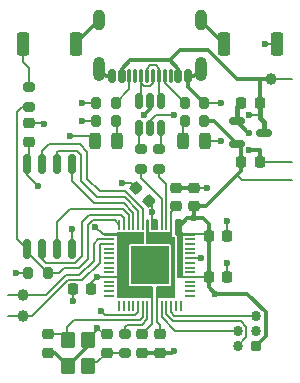
<source format=gtl>
%TF.GenerationSoftware,KiCad,Pcbnew,9.0.6-9.0.6~ubuntu22.04.1*%
%TF.CreationDate,2026-01-23T17:01:36+00:00*%
%TF.ProjectId,rp2040_pico,72703230-3430-45f7-9069-636f2e6b6963,rev?*%
%TF.SameCoordinates,Original*%
%TF.FileFunction,Copper,L1,Top*%
%TF.FilePolarity,Positive*%
%FSLAX45Y45*%
G04 Gerber Fmt 4.5, Leading zero omitted, Abs format (unit mm)*
G04 Created by KiCad (PCBNEW 9.0.6-9.0.6~ubuntu22.04.1) date 2026-01-23 17:01:36*
%MOMM*%
%LPD*%
G01*
G04 APERTURE LIST*
G04 Aperture macros list*
%AMRoundRect*
0 Rectangle with rounded corners*
0 $1 Rounding radius*
0 $2 $3 $4 $5 $6 $7 $8 $9 X,Y pos of 4 corners*
0 Add a 4 corners polygon primitive as box body*
4,1,4,$2,$3,$4,$5,$6,$7,$8,$9,$2,$3,0*
0 Add four circle primitives for the rounded corners*
1,1,$1+$1,$2,$3*
1,1,$1+$1,$4,$5*
1,1,$1+$1,$6,$7*
1,1,$1+$1,$8,$9*
0 Add four rect primitives between the rounded corners*
20,1,$1+$1,$2,$3,$4,$5,0*
20,1,$1+$1,$4,$5,$6,$7,0*
20,1,$1+$1,$6,$7,$8,$9,0*
20,1,$1+$1,$8,$9,$2,$3,0*%
G04 Aperture macros list end*
%TA.AperFunction,SMDPad,CuDef*%
%ADD10RoundRect,0.200000X0.200000X0.275000X-0.200000X0.275000X-0.200000X-0.275000X0.200000X-0.275000X0*%
%TD*%
%TA.AperFunction,SMDPad,CuDef*%
%ADD11C,1.000000*%
%TD*%
%TA.AperFunction,SMDPad,CuDef*%
%ADD12C,0.125000*%
%TD*%
%TA.AperFunction,SMDPad,CuDef*%
%ADD13RoundRect,0.200000X-0.200000X-0.275000X0.200000X-0.275000X0.200000X0.275000X-0.200000X0.275000X0*%
%TD*%
%TA.AperFunction,SMDPad,CuDef*%
%ADD14RoundRect,0.225000X-0.225000X-0.250000X0.225000X-0.250000X0.225000X0.250000X-0.225000X0.250000X0*%
%TD*%
%TA.AperFunction,SMDPad,CuDef*%
%ADD15RoundRect,0.050000X-0.387500X-0.050000X0.387500X-0.050000X0.387500X0.050000X-0.387500X0.050000X0*%
%TD*%
%TA.AperFunction,SMDPad,CuDef*%
%ADD16RoundRect,0.050000X-0.050000X-0.387500X0.050000X-0.387500X0.050000X0.387500X-0.050000X0.387500X0*%
%TD*%
%TA.AperFunction,HeatsinkPad*%
%ADD17R,3.200000X3.200000*%
%TD*%
%TA.AperFunction,SMDPad,CuDef*%
%ADD18RoundRect,0.150000X-0.150000X0.512500X-0.150000X-0.512500X0.150000X-0.512500X0.150000X0.512500X0*%
%TD*%
%TA.AperFunction,SMDPad,CuDef*%
%ADD19RoundRect,0.225000X0.250000X-0.225000X0.250000X0.225000X-0.250000X0.225000X-0.250000X-0.225000X0*%
%TD*%
%TA.AperFunction,SMDPad,CuDef*%
%ADD20RoundRect,0.250000X-0.350000X0.450000X-0.350000X-0.450000X0.350000X-0.450000X0.350000X0.450000X0*%
%TD*%
%TA.AperFunction,SMDPad,CuDef*%
%ADD21RoundRect,0.225000X0.225000X0.250000X-0.225000X0.250000X-0.225000X-0.250000X0.225000X-0.250000X0*%
%TD*%
%TA.AperFunction,SMDPad,CuDef*%
%ADD22RoundRect,0.162500X0.162500X-0.650000X0.162500X0.650000X-0.162500X0.650000X-0.162500X-0.650000X0*%
%TD*%
%TA.AperFunction,SMDPad,CuDef*%
%ADD23RoundRect,0.200000X-0.275000X0.200000X-0.275000X-0.200000X0.275000X-0.200000X0.275000X0.200000X0*%
%TD*%
%TA.AperFunction,SMDPad,CuDef*%
%ADD24RoundRect,0.250000X0.275000X0.750000X-0.275000X0.750000X-0.275000X-0.750000X0.275000X-0.750000X0*%
%TD*%
%TA.AperFunction,SMDPad,CuDef*%
%ADD25RoundRect,0.225000X-0.250000X0.225000X-0.250000X-0.225000X0.250000X-0.225000X0.250000X0.225000X0*%
%TD*%
%TA.AperFunction,SMDPad,CuDef*%
%ADD26RoundRect,0.200000X0.275000X-0.200000X0.275000X0.200000X-0.275000X0.200000X-0.275000X-0.200000X0*%
%TD*%
%TA.AperFunction,SMDPad,CuDef*%
%ADD27RoundRect,0.150000X0.150000X0.425000X-0.150000X0.425000X-0.150000X-0.425000X0.150000X-0.425000X0*%
%TD*%
%TA.AperFunction,SMDPad,CuDef*%
%ADD28RoundRect,0.075000X0.075000X0.500000X-0.075000X0.500000X-0.075000X-0.500000X0.075000X-0.500000X0*%
%TD*%
%TA.AperFunction,HeatsinkPad*%
%ADD29O,1.000000X2.100000*%
%TD*%
%TA.AperFunction,HeatsinkPad*%
%ADD30O,1.000000X1.800000*%
%TD*%
%TA.AperFunction,SMDPad,CuDef*%
%ADD31RoundRect,0.243750X-0.243750X-0.456250X0.243750X-0.456250X0.243750X0.456250X-0.243750X0.456250X0*%
%TD*%
%TA.AperFunction,SMDPad,CuDef*%
%ADD32RoundRect,0.243750X0.243750X0.456250X-0.243750X0.456250X-0.243750X-0.456250X0.243750X-0.456250X0*%
%TD*%
%TA.AperFunction,SMDPad,CuDef*%
%ADD33RoundRect,0.225000X0.335876X0.017678X0.017678X0.335876X-0.335876X-0.017678X-0.017678X-0.335876X0*%
%TD*%
%TA.AperFunction,SMDPad,CuDef*%
%ADD34RoundRect,0.250000X-0.275000X-0.750000X0.275000X-0.750000X0.275000X0.750000X-0.275000X0.750000X0*%
%TD*%
%TA.AperFunction,SMDPad,CuDef*%
%ADD35RoundRect,0.150000X-0.512500X-0.150000X0.512500X-0.150000X0.512500X0.150000X-0.512500X0.150000X0*%
%TD*%
%TA.AperFunction,ComponentPad*%
%ADD36RoundRect,0.172720X-0.259080X0.259080X-0.259080X-0.259080X0.259080X-0.259080X0.259080X0.259080X0*%
%TD*%
%TA.AperFunction,ComponentPad*%
%ADD37C,0.863600*%
%TD*%
%TA.AperFunction,ViaPad*%
%ADD38C,0.600000*%
%TD*%
%TA.AperFunction,Conductor*%
%ADD39C,0.300000*%
%TD*%
%TA.AperFunction,Conductor*%
%ADD40C,0.200000*%
%TD*%
%TA.AperFunction,Conductor*%
%ADD41C,0.400000*%
%TD*%
G04 APERTURE END LIST*
D10*
%TO.P,R5,1*%
%TO.N,/CC2*%
X-292500Y725000D03*
%TO.P,R5,2*%
%TO.N,GND*%
X-457500Y725000D03*
%TD*%
D11*
%TO.P,TP1,1,1*%
%TO.N,+5V*%
X1025000Y925000D03*
%TD*%
D12*
%TO.P,GS3,1,SDA*%
%TO.N,/GPIO0*%
X-1200000Y-900000D03*
%TD*%
%TO.P,GS1,1,+3V3*%
%TO.N,+3V3*%
X1200000Y75000D03*
%TD*%
D11*
%TO.P,TP3,1,1*%
%TO.N,/GPIO1*%
X-1075074Y-1074840D03*
%TD*%
D13*
%TO.P,R4,1*%
%TO.N,/CC1*%
X292500Y725000D03*
%TO.P,R4,2*%
%TO.N,GND*%
X457500Y725000D03*
%TD*%
D14*
%TO.P,C7,1*%
%TO.N,+3V3*%
X495189Y-747461D03*
%TO.P,C7,2*%
%TO.N,GND*%
X650189Y-747461D03*
%TD*%
D15*
%TO.P,U1,1,IOVDD*%
%TO.N,+3V3*%
X-346061Y-387461D03*
%TO.P,U1,2,GPIO0*%
%TO.N,/GPIO0*%
X-346061Y-427461D03*
%TO.P,U1,3,GPIO1*%
%TO.N,/GPIO1*%
X-346061Y-467461D03*
%TO.P,U1,4,GPIO2*%
%TO.N,unconnected-(U1-GPIO2-Pad4)*%
X-346061Y-507461D03*
%TO.P,U1,5,GPIO3*%
%TO.N,unconnected-(U1-GPIO3-Pad5)*%
X-346061Y-547461D03*
%TO.P,U1,6,GPIO4*%
%TO.N,unconnected-(U1-GPIO4-Pad6)*%
X-346061Y-587461D03*
%TO.P,U1,7,GPIO5*%
%TO.N,unconnected-(U1-GPIO5-Pad7)*%
X-346061Y-627461D03*
%TO.P,U1,8,GPIO6*%
%TO.N,unconnected-(U1-GPIO6-Pad8)*%
X-346061Y-667461D03*
%TO.P,U1,9,GPIO7*%
%TO.N,unconnected-(U1-GPIO7-Pad9)*%
X-346061Y-707461D03*
%TO.P,U1,10,IOVDD*%
%TO.N,+3V3*%
X-346061Y-747461D03*
%TO.P,U1,11,GPIO8*%
%TO.N,unconnected-(U1-GPIO8-Pad11)*%
X-346061Y-787461D03*
%TO.P,U1,12,GPIO9*%
%TO.N,unconnected-(U1-GPIO9-Pad12)*%
X-346061Y-827461D03*
%TO.P,U1,13,GPIO10*%
%TO.N,unconnected-(U1-GPIO10-Pad13)*%
X-346061Y-867461D03*
%TO.P,U1,14,GPIO11*%
%TO.N,unconnected-(U1-GPIO11-Pad14)*%
X-346061Y-907461D03*
D16*
%TO.P,U1,15,GPIO12*%
%TO.N,unconnected-(U1-GPIO12-Pad15)*%
X-262311Y-991211D03*
%TO.P,U1,16,GPIO13*%
%TO.N,unconnected-(U1-GPIO13-Pad16)*%
X-222311Y-991211D03*
%TO.P,U1,17,GPIO14*%
%TO.N,unconnected-(U1-GPIO14-Pad17)*%
X-182311Y-991211D03*
%TO.P,U1,18,GPIO15*%
%TO.N,unconnected-(U1-GPIO15-Pad18)*%
X-142311Y-991211D03*
%TO.P,U1,19,TESTEN*%
%TO.N,GND*%
X-102311Y-991211D03*
%TO.P,U1,20,XIN*%
%TO.N,/XIN*%
X-62311Y-991211D03*
%TO.P,U1,21,XOUT*%
%TO.N,/XOUT*%
X-22311Y-991211D03*
%TO.P,U1,22,IOVDD*%
%TO.N,+3V3*%
X17689Y-991211D03*
%TO.P,U1,23,DVDD*%
%TO.N,+1V1*%
X57689Y-991211D03*
%TO.P,U1,24,SWCLK*%
%TO.N,/SWCLK*%
X97689Y-991211D03*
%TO.P,U1,25,SWD*%
%TO.N,/SWDIO*%
X137689Y-991211D03*
%TO.P,U1,26,RUN*%
%TO.N,/~{RESET}*%
X177689Y-991211D03*
%TO.P,U1,27,GPIO16*%
%TO.N,unconnected-(U1-GPIO16-Pad27)*%
X217689Y-991211D03*
%TO.P,U1,28,GPIO17*%
%TO.N,unconnected-(U1-GPIO17-Pad28)*%
X257689Y-991211D03*
D15*
%TO.P,U1,29,GPIO18*%
%TO.N,unconnected-(U1-GPIO18-Pad29)*%
X341439Y-907461D03*
%TO.P,U1,30,GPIO19*%
%TO.N,unconnected-(U1-GPIO19-Pad30)*%
X341439Y-867461D03*
%TO.P,U1,31,GPIO20*%
%TO.N,unconnected-(U1-GPIO20-Pad31)*%
X341439Y-827461D03*
%TO.P,U1,32,GPIO21*%
%TO.N,unconnected-(U1-GPIO21-Pad32)*%
X341439Y-787461D03*
%TO.P,U1,33,IOVDD*%
%TO.N,+3V3*%
X341439Y-747461D03*
%TO.P,U1,34,GPIO22*%
%TO.N,unconnected-(U1-GPIO22-Pad34)*%
X341439Y-707461D03*
%TO.P,U1,35,GPIO23*%
%TO.N,unconnected-(U1-GPIO23-Pad35)*%
X341439Y-667461D03*
%TO.P,U1,36,GPIO24*%
%TO.N,unconnected-(U1-GPIO24-Pad36)*%
X341439Y-627461D03*
%TO.P,U1,37,GPIO25*%
%TO.N,/GPIO25*%
X341439Y-587461D03*
%TO.P,U1,38,GPIO26_ADC0*%
%TO.N,unconnected-(U1-GPIO26_ADC0-Pad38)*%
X341439Y-547461D03*
%TO.P,U1,39,GPIO27_ADC1*%
%TO.N,unconnected-(U1-GPIO27_ADC1-Pad39)*%
X341439Y-507461D03*
%TO.P,U1,40,GPIO28_ADC2*%
%TO.N,unconnected-(U1-GPIO28_ADC2-Pad40)*%
X341439Y-467461D03*
%TO.P,U1,41,GPIO29_ADC3*%
%TO.N,unconnected-(U1-GPIO29_ADC3-Pad41)*%
X341439Y-427461D03*
%TO.P,U1,42,IOVDD*%
%TO.N,+3V3*%
X341439Y-387461D03*
D16*
%TO.P,U1,43,ADC_AVDD*%
X257689Y-303711D03*
%TO.P,U1,44,VREG_IN*%
X217689Y-303711D03*
%TO.P,U1,45,VREG_VOUT*%
%TO.N,+1V1*%
X177689Y-303711D03*
%TO.P,U1,46,USB_DM*%
%TO.N,Net-(U1-USB_DM)*%
X137689Y-303711D03*
%TO.P,U1,47,USB_DP*%
%TO.N,Net-(U1-USB_DP)*%
X97689Y-303711D03*
%TO.P,U1,48,USB_VDD*%
%TO.N,+3V3*%
X57689Y-303711D03*
%TO.P,U1,49,IOVDD*%
X17689Y-303711D03*
%TO.P,U1,50,DVDD*%
%TO.N,+1V1*%
X-22311Y-303711D03*
%TO.P,U1,51,QSPI_SD3*%
%TO.N,/MCU_QSPI_SD3*%
X-62311Y-303711D03*
%TO.P,U1,52,QSPI_SCLK*%
%TO.N,/MCU_QSPI_SCLK*%
X-102311Y-303711D03*
%TO.P,U1,53,QSPI_SD0*%
%TO.N,/MCU_QSPI_SD0*%
X-142311Y-303711D03*
%TO.P,U1,54,QSPI_SD2*%
%TO.N,/MCU_QSPI_SD2*%
X-182311Y-303711D03*
%TO.P,U1,55,QSPI_SD1*%
%TO.N,/MCU_QSPI_SD1*%
X-222311Y-303711D03*
%TO.P,U1,56,QSPI_SS*%
%TO.N,/MCU_QSPI_SS*%
X-262311Y-303711D03*
D17*
%TO.P,U1,57,GND*%
%TO.N,GND*%
X-2311Y-647461D03*
%TD*%
D18*
%TO.P,U4,1,I/O1*%
%TO.N,/USB_D_N*%
X95000Y738750D03*
%TO.P,U4,2,GND*%
%TO.N,GND*%
X0Y738750D03*
%TO.P,U4,3,I/O2*%
%TO.N,/USB_D_P*%
X-95000Y738750D03*
%TO.P,U4,4,I/O2*%
%TO.N,/MCU_USB_D_P*%
X-95000Y511250D03*
%TO.P,U4,5,VBUS*%
%TO.N,+5V*%
X0Y511250D03*
%TO.P,U4,6,I/O1*%
%TO.N,/MCU_USB_D_N*%
X95000Y511250D03*
%TD*%
D19*
%TO.P,C5,1*%
%TO.N,+3V3*%
X372689Y-149961D03*
%TO.P,C5,2*%
%TO.N,GND*%
X372689Y5039D03*
%TD*%
D20*
%TO.P,X1,1,1*%
%TO.N,/XIN*%
X-697500Y-1277500D03*
%TO.P,X1,2,2*%
%TO.N,GND*%
X-697500Y-1497500D03*
%TO.P,X1,3,3*%
%TO.N,Net-(C12-Pad1)*%
X-527500Y-1497500D03*
%TO.P,X1,4,4*%
%TO.N,GND*%
X-527500Y-1277500D03*
%TD*%
D21*
%TO.P,C10,1*%
%TO.N,+3V3*%
X-497500Y-850000D03*
%TO.P,C10,2*%
%TO.N,GND*%
X-652500Y-850000D03*
%TD*%
D22*
%TO.P,U3,1,~{CS}*%
%TO.N,/MCU_QSPI_SS*%
X-1042811Y-506211D03*
%TO.P,U3,2,DO/IO_{1}*%
%TO.N,/MCU_QSPI_SD1*%
X-915811Y-506211D03*
%TO.P,U3,3,~{WP}/IO_{2}*%
%TO.N,/MCU_QSPI_SD2*%
X-788811Y-506211D03*
%TO.P,U3,4,GND*%
%TO.N,GND*%
X-661811Y-506211D03*
%TO.P,U3,5,DI/IO_{0}*%
%TO.N,/MCU_QSPI_SD0*%
X-661811Y211289D03*
%TO.P,U3,6,CLK*%
%TO.N,/MCU_QSPI_SCLK*%
X-788811Y211289D03*
%TO.P,U3,7,~{HOLD}/~{RESET}/IO_{3}*%
%TO.N,/MCU_QSPI_SD3*%
X-915811Y211289D03*
%TO.P,U3,8,VCC*%
%TO.N,+3V3*%
X-1042811Y211289D03*
%TD*%
D23*
%TO.P,R2,1*%
%TO.N,/MCU_USB_D_N*%
X75000Y332500D03*
%TO.P,R2,2*%
%TO.N,Net-(U1-USB_DM)*%
X75000Y167500D03*
%TD*%
D24*
%TO.P,SW2,1,1*%
%TO.N,/~{RESET}*%
X1072500Y1225000D03*
%TO.P,SW2,2,2*%
%TO.N,GND*%
X627500Y1225000D03*
%TD*%
D12*
%TO.P,GS2,1,+5V*%
%TO.N,+5V*%
X1200000Y925000D03*
%TD*%
D10*
%TO.P,R7,1*%
%TO.N,+3V3*%
X457500Y575000D03*
%TO.P,R7,2*%
%TO.N,Net-(D1-Pad1)*%
X292500Y575000D03*
%TD*%
D25*
%TO.P,C11,1*%
%TO.N,/XIN*%
X-864811Y-1232461D03*
%TO.P,C11,2*%
%TO.N,GND*%
X-864811Y-1387461D03*
%TD*%
D23*
%TO.P,R1,1*%
%TO.N,/MCU_USB_D_P*%
X-75000Y332500D03*
%TO.P,R1,2*%
%TO.N,Net-(U1-USB_DP)*%
X-75000Y167500D03*
%TD*%
D12*
%TO.P,GS4,1,SCL*%
%TO.N,/GPIO1*%
X-1200000Y-1075000D03*
%TD*%
D19*
%TO.P,C3,1*%
%TO.N,+1V1*%
X222689Y-149961D03*
%TO.P,C3,2*%
%TO.N,GND*%
X222689Y5039D03*
%TD*%
%TO.P,C12,1*%
%TO.N,Net-(C12-Pad1)*%
X-364811Y-1387461D03*
%TO.P,C12,2*%
%TO.N,GND*%
X-364811Y-1232461D03*
%TD*%
D26*
%TO.P,R6,1*%
%TO.N,Net-(C12-Pad1)*%
X-214811Y-1392461D03*
%TO.P,R6,2*%
%TO.N,/XOUT*%
X-214811Y-1227461D03*
%TD*%
D14*
%TO.P,C8,1*%
%TO.N,+3V3*%
X495189Y-397461D03*
%TO.P,C8,2*%
%TO.N,GND*%
X650189Y-397461D03*
%TD*%
D27*
%TO.P,J1,A1,GND*%
%TO.N,GND*%
X320000Y957000D03*
%TO.P,J1,A4,VBUS*%
%TO.N,+5V*%
X240000Y957000D03*
D28*
%TO.P,J1,A5,CC1*%
%TO.N,/CC1*%
X125000Y957000D03*
%TO.P,J1,A6,D+*%
%TO.N,/USB_D_P*%
X25000Y957000D03*
%TO.P,J1,A7,D-*%
%TO.N,/USB_D_N*%
X-25000Y957000D03*
%TO.P,J1,A8,SBU1*%
%TO.N,unconnected-(J1-SBU1-PadA8)*%
X-125000Y957000D03*
D27*
%TO.P,J1,A9,VBUS*%
%TO.N,+5V*%
X-240000Y957000D03*
%TO.P,J1,A12,GND*%
%TO.N,GND*%
X-320000Y957000D03*
%TO.P,J1,B1,GND*%
X-320000Y957000D03*
%TO.P,J1,B4,VBUS*%
%TO.N,+5V*%
X-240000Y957000D03*
D28*
%TO.P,J1,B5,CC2*%
%TO.N,/CC2*%
X-175000Y957000D03*
%TO.P,J1,B6,D+*%
%TO.N,/USB_D_P*%
X-75000Y957000D03*
%TO.P,J1,B7,D-*%
%TO.N,/USB_D_N*%
X75000Y957000D03*
%TO.P,J1,B8,SBU2*%
%TO.N,unconnected-(J1-SBU2-PadB8)*%
X175000Y957000D03*
D27*
%TO.P,J1,B9,VBUS*%
%TO.N,+5V*%
X240000Y957000D03*
%TO.P,J1,B12,GND*%
%TO.N,GND*%
X320000Y957000D03*
D29*
%TO.P,J1,S1,SHIELD*%
X432000Y1014500D03*
D30*
X432000Y1432500D03*
D29*
X-432000Y1014500D03*
D30*
X-432000Y1432500D03*
%TD*%
D19*
%TO.P,C13,1*%
%TO.N,+3V3*%
X-1025000Y397500D03*
%TO.P,C13,2*%
%TO.N,GND*%
X-1025000Y552500D03*
%TD*%
D31*
%TO.P,D1,1*%
%TO.N,Net-(D1-Pad1)*%
X281250Y400000D03*
%TO.P,D1,2*%
%TO.N,GND*%
X468750Y400000D03*
%TD*%
D12*
%TO.P,GS5,1,GND*%
%TO.N,GND*%
X1200000Y225000D03*
%TD*%
D32*
%TO.P,D2,1*%
%TO.N,Net-(D2-Pad1)*%
X-281250Y400000D03*
%TO.P,D2,2*%
%TO.N,GND*%
X-468750Y400000D03*
%TD*%
D33*
%TO.P,C9,1*%
%TO.N,+3V3*%
X-7699Y-104801D03*
%TO.P,C9,2*%
%TO.N,GND*%
X-117301Y4801D03*
%TD*%
D14*
%TO.P,C2,1*%
%TO.N,+3V3*%
X772500Y225000D03*
%TO.P,C2,2*%
%TO.N,GND*%
X927500Y225000D03*
%TD*%
D25*
%TO.P,C6,1*%
%TO.N,+3V3*%
X-64811Y-1232461D03*
%TO.P,C6,2*%
%TO.N,GND*%
X-64811Y-1387461D03*
%TD*%
D34*
%TO.P,SW1,1,1*%
%TO.N,/~{BOOT}*%
X-1072500Y1225000D03*
%TO.P,SW1,2,2*%
%TO.N,GND*%
X-627500Y1225000D03*
%TD*%
D11*
%TO.P,TP2,1,1*%
%TO.N,/GPIO0*%
X-1075074Y-899840D03*
%TD*%
D35*
%TO.P,U2,1,GND*%
%TO.N,GND*%
X736250Y570000D03*
%TO.P,U2,2,VO*%
%TO.N,+3V3*%
X736250Y380000D03*
%TO.P,U2,3,VI*%
%TO.N,+5V*%
X963750Y475000D03*
%TD*%
D36*
%TO.P,J2,1,VCC*%
%TO.N,+3V3*%
X900000Y-1329000D03*
D37*
%TO.P,J2,2,SWDIO*%
%TO.N,/SWDIO*%
X742520Y-1329000D03*
%TO.P,J2,3,GND*%
%TO.N,GND*%
X900000Y-1202000D03*
%TO.P,J2,4,SWCLK*%
%TO.N,/SWCLK*%
X742520Y-1202000D03*
%TO.P,J2,5,~{RESET}*%
%TO.N,/~{RESET}*%
X900000Y-1075000D03*
%TD*%
D23*
%TO.P,R3,1*%
%TO.N,/~{BOOT}*%
X-1025000Y857500D03*
%TO.P,R3,2*%
%TO.N,/MCU_QSPI_SS*%
X-1025000Y692500D03*
%TD*%
D13*
%TO.P,R8,1*%
%TO.N,/GPIO25*%
X-457500Y575000D03*
%TO.P,R8,2*%
%TO.N,Net-(D2-Pad1)*%
X-292500Y575000D03*
%TD*%
D25*
%TO.P,C4,1*%
%TO.N,+1V1*%
X85189Y-1232461D03*
%TO.P,C4,2*%
%TO.N,GND*%
X85189Y-1387461D03*
%TD*%
D10*
%TO.P,R9,1*%
%TO.N,/MCU_QSPI_SS*%
X-867550Y-712219D03*
%TO.P,R9,2*%
%TO.N,+3V3*%
X-1032550Y-712219D03*
%TD*%
D21*
%TO.P,C1,1*%
%TO.N,+5V*%
X927500Y725000D03*
%TO.P,C1,2*%
%TO.N,GND*%
X772500Y725000D03*
%TD*%
D38*
%TO.N,GND*%
X480000Y5000D03*
X650000Y-275000D03*
X-100000Y-750000D03*
X840000Y326656D03*
X-575000Y725000D03*
X650000Y-625000D03*
X-650000Y-950000D03*
X0Y-650000D03*
X-450000Y-1175000D03*
X200000Y-1375000D03*
X840000Y475000D03*
X600000Y400000D03*
X-235000Y45000D03*
X-414811Y-1034961D03*
X600000Y725000D03*
X-661811Y-340000D03*
X100000Y-750000D03*
X-900000Y550000D03*
X-675000Y450000D03*
X100000Y-550000D03*
X-100000Y-550000D03*
X-50000Y625000D03*
%TO.N,+5V*%
X200000Y625000D03*
X840000Y625000D03*
%TO.N,/~{RESET}*%
X975000Y1225000D03*
%TO.N,+3V3*%
X-1137500Y-712500D03*
X375000Y-250000D03*
X-950000Y25000D03*
X17689Y-200000D03*
X-450000Y-750000D03*
X-462311Y-327461D03*
X550000Y-887500D03*
%TO.N,/GPIO25*%
X430189Y-582871D03*
X-575000Y575000D03*
%TD*%
D39*
%TO.N,GND*%
X85189Y-1387461D02*
X187539Y-1387461D01*
D40*
X-102311Y-991211D02*
X-102311Y-1047461D01*
X650189Y-275189D02*
X650000Y-275000D01*
X-392539Y-1232461D02*
X-450000Y-1175000D01*
X-379811Y-1069961D02*
X-414811Y-1034961D01*
D39*
X736250Y570000D02*
X831250Y475000D01*
X-527500Y-1277500D02*
X-527500Y-1327500D01*
X925742Y326656D02*
X840000Y326656D01*
D40*
X650189Y-747461D02*
X650189Y-625189D01*
D39*
X0Y738750D02*
X0Y675000D01*
X-527500Y-1327500D02*
X-697500Y-1497500D01*
D40*
X-1025000Y552500D02*
X-902500Y552500D01*
X1200000Y225000D02*
X927500Y225000D01*
X-652500Y-947500D02*
X-650000Y-950000D01*
X-661811Y-506211D02*
X-661811Y-340000D01*
D39*
X-320000Y957000D02*
X-374500Y957000D01*
D40*
X-364811Y-1232461D02*
X-392539Y-1232461D01*
X-902500Y552500D02*
X-900000Y550000D01*
D39*
X432000Y1432500D02*
X432000Y1420500D01*
D40*
X-102311Y-1047461D02*
X-124811Y-1069961D01*
D39*
X-627500Y1225000D02*
X-627500Y1237000D01*
X-64811Y-1387461D02*
X85189Y-1387461D01*
X-374500Y957000D02*
X-432000Y1014500D01*
X374500Y957000D02*
X432000Y1014500D01*
D40*
X650189Y-397461D02*
X650189Y-275189D01*
D41*
X772500Y725000D02*
X736250Y688750D01*
D40*
X-117301Y4801D02*
X-157500Y45000D01*
D39*
X432000Y1420500D02*
X627500Y1225000D01*
D40*
X-652500Y-850000D02*
X-652500Y-947500D01*
D39*
X-627500Y1237000D02*
X-432000Y1432500D01*
D40*
X-450000Y-1200000D02*
X-527500Y-1277500D01*
D39*
X927500Y225000D02*
X927500Y324899D01*
X320000Y957000D02*
X374500Y957000D01*
X187539Y-1387461D02*
X200000Y-1375000D01*
X927500Y324899D02*
X925742Y326656D01*
D40*
X-124811Y-1069961D02*
X-379811Y-1069961D01*
X-157500Y45000D02*
X-235000Y45000D01*
D39*
X-864811Y-1387461D02*
X-807539Y-1387461D01*
D41*
X736250Y688750D02*
X736250Y570000D01*
D40*
X457500Y725000D02*
X600000Y725000D01*
D39*
X831250Y475000D02*
X840000Y475000D01*
D40*
X650189Y-625189D02*
X650000Y-625000D01*
D39*
X320000Y862500D02*
X457500Y725000D01*
X320000Y957000D02*
X320000Y862500D01*
D40*
X-675000Y450000D02*
X-518750Y450000D01*
X372689Y5039D02*
X479961Y5039D01*
X479961Y5039D02*
X480000Y5000D01*
X468750Y400000D02*
X600000Y400000D01*
X-457500Y725000D02*
X-575000Y725000D01*
X652539Y-397461D02*
X650189Y-397461D01*
D39*
X222689Y5039D02*
X372689Y5039D01*
D40*
X-450000Y-1175000D02*
X-450000Y-1200000D01*
X-518750Y450000D02*
X-468750Y400000D01*
D39*
X-807539Y-1387461D02*
X-697500Y-1497500D01*
X-50000Y625000D02*
X0Y675000D01*
D40*
%TO.N,Net-(D1-Pad1)*%
X281250Y400000D02*
X281250Y563750D01*
X281250Y563750D02*
X292500Y575000D01*
%TO.N,/XIN*%
X-699811Y-1169961D02*
X-639811Y-1109961D01*
X-717311Y-1232461D02*
X-699811Y-1249961D01*
X-62311Y-1088251D02*
X-62311Y-991211D01*
X-84021Y-1109961D02*
X-62311Y-1088251D01*
X-639811Y-1109961D02*
X-84021Y-1109961D01*
X-699811Y-1249961D02*
X-699811Y-1169961D01*
X-864811Y-1232461D02*
X-717311Y-1232461D01*
%TO.N,+5V*%
X1025000Y925000D02*
X1200000Y925000D01*
D41*
X927500Y597500D02*
X963750Y561250D01*
D40*
X0Y577500D02*
X47500Y625000D01*
D39*
X489313Y1175000D02*
X739313Y925000D01*
X240000Y1014500D02*
X240000Y957000D01*
X164800Y1089700D02*
X240000Y1014500D01*
D41*
X963750Y561250D02*
X963750Y475000D01*
D40*
X0Y511250D02*
X0Y577500D01*
D41*
X927500Y625000D02*
X927500Y597500D01*
D40*
X47500Y625000D02*
X200000Y625000D01*
D39*
X927500Y725000D02*
X927500Y922500D01*
D41*
X927500Y725000D02*
X927500Y625000D01*
D39*
X250100Y1175000D02*
X489313Y1175000D01*
X-240000Y957000D02*
X-240000Y1017899D01*
X927500Y922500D02*
X925000Y925000D01*
X925000Y925000D02*
X1025000Y925000D01*
X-168199Y1089700D02*
X164800Y1089700D01*
D40*
X927500Y625000D02*
X840000Y625000D01*
D39*
X164800Y1089700D02*
X250100Y1175000D01*
X-240000Y1017899D02*
X-168199Y1089700D01*
X739313Y925000D02*
X925000Y925000D01*
D40*
%TO.N,/USB_D_P*%
X-48282Y869400D02*
X-75000Y896118D01*
X-75000Y957000D02*
X-75000Y758750D01*
X25000Y896118D02*
X-1718Y869400D01*
X-75000Y758750D02*
X-95000Y738750D01*
X-75000Y896118D02*
X-75000Y957000D01*
X-1718Y869400D02*
X-48282Y869400D01*
X25000Y957000D02*
X25000Y896118D01*
%TO.N,/CC2*%
X-175000Y842500D02*
X-292500Y725000D01*
X-175000Y957000D02*
X-175000Y842500D01*
%TO.N,/USB_D_N*%
X-25000Y1017882D02*
X1718Y1044600D01*
X1718Y1044600D02*
X48282Y1044600D01*
X75000Y758750D02*
X75000Y957000D01*
X95000Y738750D02*
X75000Y758750D01*
X-25000Y957000D02*
X-25000Y1017882D01*
X75000Y1017882D02*
X75000Y957000D01*
X48282Y1044600D02*
X75000Y1017882D01*
%TO.N,/CC1*%
X125000Y892500D02*
X125000Y957000D01*
X292500Y725000D02*
X125000Y892500D01*
%TO.N,Net-(C12-Pad1)*%
X-447311Y-1469961D02*
X-364811Y-1387461D01*
X-364811Y-1387461D02*
X-219811Y-1387461D01*
X-219811Y-1387461D02*
X-214811Y-1392461D01*
X-529811Y-1469961D02*
X-447311Y-1469961D01*
%TO.N,/MCU_USB_D_P*%
X-95000Y511250D02*
X-95000Y352500D01*
X-95000Y352500D02*
X-75000Y332500D01*
%TO.N,/MCU_USB_D_N*%
X95000Y511250D02*
X95000Y352500D01*
X95000Y352500D02*
X75000Y332500D01*
%TO.N,Net-(D2-Pad1)*%
X-281250Y400000D02*
X-281250Y563750D01*
X-281250Y563750D02*
X-292500Y575000D01*
%TO.N,/SWCLK*%
X97689Y-991211D02*
X97689Y-1084961D01*
X214728Y-1202000D02*
X742520Y-1202000D01*
X97689Y-1084961D02*
X214728Y-1202000D01*
%TO.N,/~{RESET}*%
X177689Y-991211D02*
X177689Y-1045892D01*
X500000Y-1075000D02*
X900000Y-1075000D01*
X1072500Y1225000D02*
X975000Y1225000D01*
X177689Y-1045892D02*
X206797Y-1075000D01*
X206797Y-1075000D02*
X500000Y-1075000D01*
%TO.N,/SWDIO*%
X137689Y-991211D02*
X137689Y-1062461D01*
X766614Y-1122461D02*
X815800Y-1171646D01*
X137689Y-1062461D02*
X197689Y-1122461D01*
X815800Y-1171646D02*
X815800Y-1255720D01*
X197689Y-1122461D02*
X766614Y-1122461D01*
X815800Y-1255720D02*
X742520Y-1329000D01*
%TO.N,Net-(U1-USB_DP)*%
X97689Y-85189D02*
X97689Y-303711D01*
X-75000Y167500D02*
X-75000Y87500D01*
X-75000Y87500D02*
X97689Y-85189D01*
%TO.N,Net-(U1-USB_DM)*%
X137689Y37311D02*
X137689Y-303711D01*
X75000Y100000D02*
X137689Y37311D01*
X75000Y167500D02*
X75000Y100000D01*
%TO.N,+3V3*%
X-402311Y-387461D02*
X-462311Y-327461D01*
D39*
X450000Y-250000D02*
X375000Y-250000D01*
D40*
X-1025000Y397500D02*
X-1025000Y229100D01*
X372689Y-188711D02*
X372689Y-149961D01*
X-346061Y-387461D02*
X-402311Y-387461D01*
X-1032550Y-712219D02*
X-1137219Y-712219D01*
X-447461Y-747461D02*
X-450000Y-750000D01*
X-346061Y-747461D02*
X-447461Y-747461D01*
D39*
X978280Y-1250720D02*
X978280Y-1042575D01*
X823205Y-887500D02*
X550000Y-887500D01*
X772500Y225000D02*
X772500Y343750D01*
X474961Y-149961D02*
X372689Y-149961D01*
X541250Y575000D02*
X457500Y575000D01*
X772500Y225000D02*
X772500Y147500D01*
X495189Y-397461D02*
X495189Y-295189D01*
D40*
X-497500Y-850000D02*
X-497500Y-797500D01*
X375000Y-152272D02*
X372689Y-149961D01*
X1200000Y75000D02*
X775000Y75000D01*
D39*
X737500Y112500D02*
X475000Y-150000D01*
D40*
X-1137219Y-712219D02*
X-1137500Y-712500D01*
X341439Y-387461D02*
X485189Y-387461D01*
X17689Y-303711D02*
X17689Y-200000D01*
X485189Y-387461D02*
X495189Y-397461D01*
X-1025000Y229100D02*
X-1042811Y211289D01*
X-950000Y25000D02*
X-1042811Y117811D01*
D39*
X736250Y380000D02*
X541250Y575000D01*
D40*
X17689Y-130189D02*
X-7699Y-104801D01*
D39*
X372689Y-247689D02*
X375000Y-250000D01*
X900000Y-1329000D02*
X978280Y-1250720D01*
D40*
X-64811Y-1228711D02*
X-64811Y-1232461D01*
D39*
X375000Y-250000D02*
X311400Y-250000D01*
X772500Y343750D02*
X736250Y380000D01*
X372689Y-149961D02*
X372689Y-247689D01*
D40*
X505189Y-387461D02*
X520189Y-372461D01*
X341439Y-747461D02*
X495189Y-747461D01*
X-497500Y-797500D02*
X-450000Y-750000D01*
D39*
X495189Y-832689D02*
X495189Y-747461D01*
X772500Y147500D02*
X737500Y112500D01*
X495189Y-747461D02*
X495189Y-397461D01*
D40*
X-1042811Y117811D02*
X-1042811Y211289D01*
D39*
X495189Y-295189D02*
X450000Y-250000D01*
D40*
X775000Y75000D02*
X737500Y112500D01*
X17689Y-1146211D02*
X17689Y-991211D01*
D39*
X311400Y-250000D02*
X257689Y-303711D01*
X550000Y-887500D02*
X495189Y-832689D01*
D40*
X17689Y-1146211D02*
X-64811Y-1228711D01*
D39*
X978280Y-1042575D02*
X823205Y-887500D01*
X475000Y-150000D02*
X474961Y-149961D01*
D40*
X17689Y-200000D02*
X17689Y-130189D01*
%TO.N,/~{BOOT}*%
X-1025000Y1025000D02*
X-1025000Y857500D01*
X-1072500Y1225000D02*
X-1072500Y1072500D01*
X-1072500Y1072500D02*
X-1025000Y1025000D01*
%TO.N,/MCU_QSPI_SS*%
X-602311Y-672461D02*
X-527311Y-597461D01*
X-527311Y-597461D02*
X-527311Y-307608D01*
X-768788Y-712219D02*
X-729029Y-672461D01*
X-867550Y-712219D02*
X-768788Y-712219D01*
X-867550Y-712219D02*
X-1042811Y-536958D01*
X-1125000Y650000D02*
X-1082500Y692500D01*
X-527311Y-307608D02*
X-487164Y-267461D01*
X-1125000Y-424022D02*
X-1125000Y650000D01*
X-487164Y-267461D02*
X-298561Y-267461D01*
X-1042811Y-536958D02*
X-1042811Y-506211D01*
X-1042811Y-506211D02*
X-1125000Y-424022D01*
X-1082500Y692500D02*
X-1025000Y692500D01*
X-729029Y-672461D02*
X-602311Y-672461D01*
X-298561Y-267461D02*
X-262311Y-303711D01*
%TO.N,/XOUT*%
X-67411Y-1150061D02*
X-192411Y-1150061D01*
X-22311Y-1104961D02*
X-67411Y-1150061D01*
X-22311Y-991211D02*
X-22311Y-1104961D01*
X-214811Y-1172461D02*
X-214811Y-1227461D01*
X-192411Y-1150061D02*
X-214811Y-1172461D01*
%TO.N,/MCU_QSPI_SD0*%
X-661811Y62039D02*
X-661811Y211289D01*
X-477311Y-122461D02*
X-661811Y62039D01*
X-142311Y-202167D02*
X-222017Y-122461D01*
X-222017Y-122461D02*
X-477311Y-122461D01*
X-142311Y-303711D02*
X-142311Y-202167D01*
%TO.N,/GPIO25*%
X-575000Y575000D02*
X-457500Y575000D01*
X341439Y-587461D02*
X425599Y-587461D01*
X425599Y-587461D02*
X430189Y-582871D01*
%TO.N,/GPIO1*%
X-999851Y-1074840D02*
X-1075074Y-1074840D01*
X-427311Y-627461D02*
X-572250Y-772400D01*
X-346061Y-467461D02*
X-422311Y-467461D01*
X-1200000Y-1075000D02*
X-1075234Y-1075000D01*
X-422311Y-467461D02*
X-427311Y-472461D01*
X-572250Y-772400D02*
X-697411Y-772400D01*
X-697411Y-772400D02*
X-999851Y-1074840D01*
X-1075234Y-1075000D02*
X-1075074Y-1074840D01*
X-427311Y-472461D02*
X-427311Y-627461D01*
%TO.N,+1V1*%
X57689Y-1125892D02*
X85189Y-1153392D01*
X85189Y-1153392D02*
X85189Y-1232461D01*
X57689Y-1028711D02*
X57689Y-1125892D01*
X177689Y-303711D02*
X177689Y-194961D01*
X177689Y-194961D02*
X222689Y-149961D01*
%TO.N,/MCU_QSPI_SD2*%
X-228585Y-172461D02*
X-677311Y-172461D01*
X-677311Y-172461D02*
X-788811Y-283961D01*
X-182311Y-303711D02*
X-182311Y-218735D01*
X-182311Y-218735D02*
X-228585Y-172461D01*
X-788811Y-283961D02*
X-788811Y-506211D01*
%TO.N,/MCU_QSPI_SCLK*%
X-215448Y-72461D02*
X-452311Y-72461D01*
X-622311Y322539D02*
X-775561Y322539D01*
X-102311Y-303711D02*
X-102311Y-185598D01*
X-102311Y-185598D02*
X-215448Y-72461D01*
X-452311Y-72461D02*
X-587311Y62539D01*
X-587311Y62539D02*
X-587311Y287539D01*
X-775561Y322539D02*
X-788811Y309289D01*
X-587311Y287539D02*
X-622311Y322539D01*
X-788811Y309289D02*
X-788811Y211289D01*
%TO.N,/MCU_QSPI_SD3*%
X-62311Y-303711D02*
X-62311Y-169030D01*
X-208880Y-22461D02*
X-427311Y-22461D01*
X-530311Y80539D02*
X-530311Y310539D01*
X-915811Y319039D02*
X-915811Y211289D01*
X-530311Y310539D02*
X-597311Y377539D01*
X-597311Y377539D02*
X-857311Y377539D01*
X-857311Y377539D02*
X-915811Y319039D01*
X-427311Y-22461D02*
X-530311Y80539D01*
X-62311Y-169030D02*
X-208880Y-22461D01*
%TO.N,/MCU_QSPI_SD1*%
X-884811Y-627461D02*
X-915811Y-596461D01*
X-222311Y-303711D02*
X-222311Y-248029D01*
X-632311Y-627461D02*
X-884811Y-627461D01*
X-517311Y-222461D02*
X-577311Y-282461D01*
X-915811Y-596461D02*
X-915811Y-506211D01*
X-577311Y-282461D02*
X-577311Y-572461D01*
X-577311Y-572461D02*
X-632311Y-627461D01*
X-222311Y-248029D02*
X-247880Y-222461D01*
X-247880Y-222461D02*
X-517311Y-222461D01*
%TO.N,/GPIO0*%
X-599750Y-732400D02*
X-713980Y-732400D01*
X-881419Y-899840D02*
X-1075074Y-899840D01*
X-346061Y-427461D02*
X-438880Y-427461D01*
X-477311Y-609961D02*
X-599750Y-732400D01*
X-1075234Y-900000D02*
X-1075074Y-899840D01*
X-477311Y-465892D02*
X-477311Y-609961D01*
X-1200000Y-900000D02*
X-1075234Y-900000D01*
X-713980Y-732400D02*
X-881419Y-899840D01*
X-438880Y-427461D02*
X-477311Y-465892D01*
%TD*%
%TA.AperFunction,Conductor*%
%TO.N,+3V3*%
G36*
X-269925Y-367496D02*
G01*
X-269779Y-367511D01*
X-269779Y-367511D01*
X-254843Y-367511D01*
X-254697Y-367496D01*
X-253972Y-367461D01*
X-230650Y-367461D01*
X-229925Y-367496D01*
X-229779Y-367511D01*
X-229778Y-367511D01*
X-214843Y-367511D01*
X-214697Y-367496D01*
X-213972Y-367461D01*
X-190650Y-367461D01*
X-189925Y-367496D01*
X-189779Y-367511D01*
X-189778Y-367511D01*
X-174843Y-367511D01*
X-174697Y-367496D01*
X-173972Y-367461D01*
X-150650Y-367461D01*
X-149925Y-367496D01*
X-149779Y-367511D01*
X-149779Y-367511D01*
X-134843Y-367511D01*
X-134697Y-367496D01*
X-133972Y-367461D01*
X-110650Y-367461D01*
X-109925Y-367496D01*
X-109779Y-367511D01*
X-109778Y-367511D01*
X-94843Y-367511D01*
X-94697Y-367496D01*
X-93972Y-367461D01*
X-70650Y-367461D01*
X-70615Y-367461D01*
X-70015Y-367464D01*
X-69779Y-367511D01*
X-60246Y-367511D01*
X-60225Y-367511D01*
X-57637Y-368598D01*
X-55028Y-369678D01*
X-55021Y-369696D01*
X-55003Y-369704D01*
X-53940Y-372305D01*
X-52861Y-374911D01*
X-52861Y-460011D01*
X-55028Y-465243D01*
X-60261Y-467411D01*
X-164286Y-467411D01*
X-167210Y-467992D01*
X-170134Y-468574D01*
X-176766Y-473006D01*
X-176766Y-473006D01*
X-181198Y-479638D01*
X-182361Y-485486D01*
X-182361Y-809435D01*
X-181198Y-815284D01*
X-178633Y-819122D01*
X-176766Y-821916D01*
X-172355Y-824864D01*
X-170134Y-826347D01*
X-170134Y-826347D01*
X-170134Y-826348D01*
X-164286Y-827511D01*
X19739Y-827511D01*
X24971Y-829678D01*
X27139Y-834911D01*
X27139Y-949122D01*
X27164Y-950130D01*
X27164Y-950132D01*
X27180Y-950462D01*
X27136Y-950586D01*
X27189Y-950825D01*
X27189Y-1027561D01*
X25021Y-1032793D01*
X19789Y-1034961D01*
X15139Y-1034961D01*
X9906Y-1032793D01*
X7739Y-1027561D01*
X7739Y-949993D01*
X7724Y-949847D01*
X7689Y-949122D01*
X7689Y-927461D01*
X-13972Y-927461D01*
X-14697Y-927425D01*
X-14843Y-927411D01*
X-14844Y-927411D01*
X-29778Y-927411D01*
X-29779Y-927411D01*
X-29925Y-927425D01*
X-30650Y-927461D01*
X-53972Y-927461D01*
X-54697Y-927425D01*
X-54843Y-927411D01*
X-54844Y-927411D01*
X-69779Y-927411D01*
X-69779Y-927411D01*
X-69925Y-927425D01*
X-70650Y-927461D01*
X-93972Y-927461D01*
X-94697Y-927425D01*
X-94843Y-927411D01*
X-94844Y-927411D01*
X-109778Y-927411D01*
X-109779Y-927411D01*
X-109925Y-927425D01*
X-110650Y-927461D01*
X-133972Y-927461D01*
X-134697Y-927425D01*
X-134843Y-927411D01*
X-134844Y-927411D01*
X-149779Y-927411D01*
X-149779Y-927411D01*
X-149925Y-927425D01*
X-150650Y-927461D01*
X-173972Y-927461D01*
X-174697Y-927425D01*
X-174843Y-927411D01*
X-174844Y-927411D01*
X-189778Y-927411D01*
X-189779Y-927411D01*
X-189925Y-927425D01*
X-190650Y-927461D01*
X-213972Y-927461D01*
X-214697Y-927425D01*
X-214843Y-927411D01*
X-214844Y-927411D01*
X-229778Y-927411D01*
X-229779Y-927411D01*
X-229925Y-927425D01*
X-230650Y-927461D01*
X-253972Y-927461D01*
X-254697Y-927425D01*
X-254843Y-927411D01*
X-254844Y-927411D01*
X-269779Y-927411D01*
X-269779Y-927411D01*
X-269925Y-927425D01*
X-270650Y-927461D01*
X-274911Y-927461D01*
X-280144Y-925293D01*
X-282311Y-920061D01*
X-282311Y-915799D01*
X-282275Y-915074D01*
X-282261Y-914929D01*
X-282261Y-899993D01*
X-282276Y-899847D01*
X-282311Y-899122D01*
X-282311Y-875799D01*
X-282275Y-875074D01*
X-282261Y-874929D01*
X-282261Y-859993D01*
X-282276Y-859847D01*
X-282311Y-859122D01*
X-282311Y-835799D01*
X-282275Y-835074D01*
X-282261Y-834929D01*
X-282261Y-819993D01*
X-282276Y-819847D01*
X-282311Y-819122D01*
X-282311Y-795799D01*
X-282275Y-795074D01*
X-282261Y-794929D01*
X-282261Y-779993D01*
X-282276Y-779847D01*
X-282311Y-779122D01*
X-282311Y-757461D01*
X-303972Y-757461D01*
X-304697Y-757425D01*
X-304843Y-757411D01*
X-304844Y-757411D01*
X-382411Y-757411D01*
X-387644Y-755243D01*
X-389811Y-750011D01*
X-389811Y-744911D01*
X-387644Y-739678D01*
X-382411Y-737511D01*
X-304843Y-737511D01*
X-304697Y-737496D01*
X-303972Y-737461D01*
X-282311Y-737461D01*
X-282311Y-715799D01*
X-282275Y-715074D01*
X-282261Y-714929D01*
X-282261Y-699993D01*
X-282276Y-699847D01*
X-282311Y-699122D01*
X-282311Y-675799D01*
X-282275Y-675074D01*
X-282261Y-674929D01*
X-282261Y-659993D01*
X-282276Y-659847D01*
X-282311Y-659122D01*
X-282311Y-635799D01*
X-282275Y-635074D01*
X-282261Y-634929D01*
X-282261Y-619993D01*
X-282276Y-619847D01*
X-282311Y-619122D01*
X-282311Y-595799D01*
X-282275Y-595074D01*
X-282261Y-594929D01*
X-282261Y-579993D01*
X-282276Y-579847D01*
X-282311Y-579122D01*
X-282311Y-555799D01*
X-282275Y-555074D01*
X-282261Y-554929D01*
X-282261Y-539993D01*
X-282276Y-539847D01*
X-282311Y-539122D01*
X-282311Y-515799D01*
X-282275Y-515074D01*
X-282261Y-514929D01*
X-282261Y-499993D01*
X-282276Y-499847D01*
X-282311Y-499122D01*
X-282311Y-475799D01*
X-282275Y-475074D01*
X-282261Y-474929D01*
X-282261Y-459993D01*
X-282276Y-459847D01*
X-282311Y-459122D01*
X-282311Y-435799D01*
X-282275Y-435074D01*
X-282261Y-434929D01*
X-282261Y-419993D01*
X-282276Y-419847D01*
X-282311Y-419122D01*
X-282311Y-397461D01*
X-303972Y-397461D01*
X-304697Y-397425D01*
X-304843Y-397411D01*
X-304844Y-397411D01*
X-342105Y-397411D01*
X-382411Y-397411D01*
X-387644Y-395243D01*
X-389811Y-390011D01*
X-389811Y-384861D01*
X-387644Y-379628D01*
X-382411Y-377461D01*
X-282311Y-377461D01*
X-282311Y-374861D01*
X-280144Y-369628D01*
X-274911Y-367461D01*
X-270650Y-367461D01*
X-269925Y-367496D01*
G37*
%TD.AperFunction*%
%TA.AperFunction,Conductor*%
G36*
X265522Y-262128D02*
G01*
X267689Y-267361D01*
X267689Y-367461D01*
X270289Y-367461D01*
X275522Y-369628D01*
X277689Y-374861D01*
X277689Y-377461D01*
X377789Y-377461D01*
X383021Y-379628D01*
X385189Y-384861D01*
X385189Y-390011D01*
X383021Y-395243D01*
X377789Y-397411D01*
X300221Y-397411D01*
X300075Y-397425D01*
X299350Y-397461D01*
X277689Y-397461D01*
X277689Y-419122D01*
X277653Y-419847D01*
X277639Y-419993D01*
X277639Y-434929D01*
X277653Y-435074D01*
X277689Y-435799D01*
X277689Y-459122D01*
X277653Y-459847D01*
X277639Y-459993D01*
X277639Y-474929D01*
X277653Y-475074D01*
X277689Y-475799D01*
X277689Y-499122D01*
X277653Y-499847D01*
X277639Y-499993D01*
X277639Y-514929D01*
X277653Y-515074D01*
X277689Y-515799D01*
X277689Y-539122D01*
X277653Y-539847D01*
X277639Y-539993D01*
X277639Y-554929D01*
X277653Y-555074D01*
X277689Y-555799D01*
X277689Y-579122D01*
X277653Y-579847D01*
X277639Y-579993D01*
X277639Y-594929D01*
X277653Y-595074D01*
X277689Y-595799D01*
X277689Y-619122D01*
X277653Y-619847D01*
X277639Y-619993D01*
X277639Y-634929D01*
X277653Y-635074D01*
X277689Y-635799D01*
X277689Y-659122D01*
X277653Y-659847D01*
X277639Y-659993D01*
X277639Y-674929D01*
X277653Y-675074D01*
X277689Y-675799D01*
X277689Y-699122D01*
X277653Y-699847D01*
X277639Y-699993D01*
X277639Y-714929D01*
X277653Y-715074D01*
X277689Y-715799D01*
X277689Y-737461D01*
X299350Y-737461D01*
X300075Y-737496D01*
X300221Y-737511D01*
X377789Y-737511D01*
X383021Y-739678D01*
X385189Y-744911D01*
X385189Y-750011D01*
X383021Y-755243D01*
X377789Y-757411D01*
X300221Y-757411D01*
X300075Y-757425D01*
X299350Y-757461D01*
X235639Y-757461D01*
X230406Y-755293D01*
X228239Y-750061D01*
X228239Y-412361D01*
X226675Y-404497D01*
X226675Y-404497D01*
X226675Y-404497D01*
X224507Y-399264D01*
X220844Y-393435D01*
X220844Y-393435D01*
X213386Y-388143D01*
X213386Y-388143D01*
X213386Y-388143D01*
X212807Y-387903D01*
X208802Y-383898D01*
X208239Y-381066D01*
X208239Y-345801D01*
X208239Y-345799D01*
X208214Y-344790D01*
X208198Y-344458D01*
X208189Y-344095D01*
X208189Y-267361D01*
X210356Y-262128D01*
X215589Y-259961D01*
X260289Y-259961D01*
X265522Y-262128D01*
G37*
%TD.AperFunction*%
%TA.AperFunction,Conductor*%
G36*
X65471Y-262128D02*
G01*
X67639Y-267361D01*
X67639Y-339561D01*
X65471Y-344794D01*
X60239Y-346961D01*
X51053Y-346961D01*
X50690Y-346952D01*
X50361Y-346936D01*
X50360Y-346936D01*
X50358Y-346936D01*
X49350Y-346911D01*
X26028Y-346911D01*
X25020Y-346936D01*
X25018Y-346936D01*
X25017Y-346936D01*
X24687Y-346952D01*
X24325Y-346961D01*
X15589Y-346961D01*
X10356Y-344794D01*
X8189Y-339561D01*
X8189Y-267361D01*
X10356Y-262128D01*
X15589Y-259961D01*
X60239Y-259961D01*
X65471Y-262128D01*
G37*
%TD.AperFunction*%
%TD*%
%TA.AperFunction,Conductor*%
%TO.N,+1V1*%
G36*
X-14528Y-262128D02*
G01*
X-12361Y-267361D01*
X-12361Y-344929D01*
X-12347Y-345074D01*
X-12361Y-345121D01*
X-12361Y-345292D01*
X-12413Y-345292D01*
X-12459Y-345443D01*
X-12311Y-345799D01*
X-12311Y-367461D01*
X9350Y-367461D01*
X10075Y-367496D01*
X10221Y-367511D01*
X10222Y-367511D01*
X25157Y-367511D01*
X25303Y-367496D01*
X26028Y-367461D01*
X49350Y-367461D01*
X50075Y-367496D01*
X50221Y-367511D01*
X50221Y-367511D01*
X65157Y-367511D01*
X65303Y-367496D01*
X66028Y-367461D01*
X89350Y-367461D01*
X90075Y-367496D01*
X90221Y-367511D01*
X90221Y-367511D01*
X105157Y-367511D01*
X105303Y-367496D01*
X106028Y-367461D01*
X129350Y-367461D01*
X130075Y-367496D01*
X130221Y-367511D01*
X130221Y-367511D01*
X145157Y-367511D01*
X145303Y-367496D01*
X146028Y-367461D01*
X167689Y-367461D01*
X167689Y-345799D01*
X167725Y-345074D01*
X167739Y-344929D01*
X167739Y-267361D01*
X169906Y-262128D01*
X175139Y-259961D01*
X180239Y-259961D01*
X185471Y-262128D01*
X187639Y-267361D01*
X187639Y-344929D01*
X187653Y-345074D01*
X187689Y-345799D01*
X187689Y-404961D01*
X200289Y-404961D01*
X205521Y-407128D01*
X207689Y-412361D01*
X207689Y-920061D01*
X205521Y-925293D01*
X200289Y-927461D01*
X186028Y-927461D01*
X185303Y-927425D01*
X185157Y-927411D01*
X185156Y-927411D01*
X170222Y-927411D01*
X170221Y-927411D01*
X170075Y-927425D01*
X169350Y-927461D01*
X146028Y-927461D01*
X145303Y-927425D01*
X145157Y-927411D01*
X145156Y-927411D01*
X130221Y-927411D01*
X130221Y-927411D01*
X130075Y-927425D01*
X129350Y-927461D01*
X106028Y-927461D01*
X105303Y-927425D01*
X105157Y-927411D01*
X105156Y-927411D01*
X90221Y-927411D01*
X90221Y-927411D01*
X90075Y-927425D01*
X89350Y-927461D01*
X67689Y-927461D01*
X67689Y-949122D01*
X67653Y-949847D01*
X67639Y-949993D01*
X67639Y-1027561D01*
X65471Y-1032793D01*
X60239Y-1034961D01*
X55139Y-1034961D01*
X49906Y-1032793D01*
X47739Y-1027561D01*
X47739Y-949993D01*
X47724Y-949847D01*
X47689Y-949122D01*
X47689Y-834911D01*
X49856Y-829678D01*
X55089Y-827511D01*
X159664Y-827511D01*
X159664Y-827511D01*
X165512Y-826348D01*
X172144Y-821916D01*
X176576Y-815284D01*
X177739Y-809436D01*
X177739Y-485486D01*
X176576Y-479638D01*
X172144Y-473006D01*
X169923Y-471522D01*
X165512Y-468574D01*
X165512Y-468574D01*
X162588Y-467992D01*
X159664Y-467411D01*
X-24911Y-467411D01*
X-30144Y-465243D01*
X-32311Y-460011D01*
X-32311Y-345799D01*
X-32275Y-345074D01*
X-32261Y-344929D01*
X-32261Y-267361D01*
X-30094Y-262128D01*
X-24861Y-259961D01*
X-19761Y-259961D01*
X-14528Y-262128D01*
G37*
%TD.AperFunction*%
%TD*%
M02*

</source>
